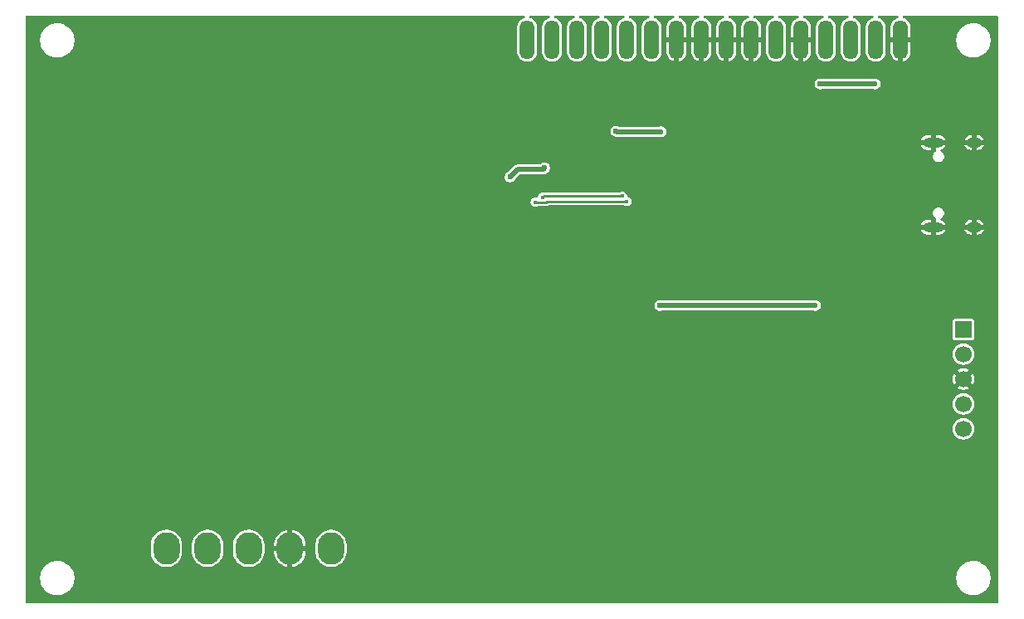
<source format=gbl>
G04 #@! TF.GenerationSoftware,KiCad,Pcbnew,9.0.2*
G04 #@! TF.CreationDate,2025-07-11T13:16:32+02:00*
G04 #@! TF.ProjectId,TeslaBMBCheck,5465736c-6142-44d4-9243-6865636b2e6b,1.0*
G04 #@! TF.SameCoordinates,Original*
G04 #@! TF.FileFunction,Copper,L2,Bot*
G04 #@! TF.FilePolarity,Positive*
%FSLAX46Y46*%
G04 Gerber Fmt 4.6, Leading zero omitted, Abs format (unit mm)*
G04 Created by KiCad (PCBNEW 9.0.2) date 2025-07-11 13:16:32*
%MOMM*%
%LPD*%
G01*
G04 APERTURE LIST*
G04 #@! TA.AperFunction,ComponentPad*
%ADD10O,2.700000X3.300000*%
G04 #@! TD*
G04 #@! TA.AperFunction,ComponentPad*
%ADD11R,1.700000X1.700000*%
G04 #@! TD*
G04 #@! TA.AperFunction,ComponentPad*
%ADD12C,1.700000*%
G04 #@! TD*
G04 #@! TA.AperFunction,ComponentPad*
%ADD13O,2.100000X1.000000*%
G04 #@! TD*
G04 #@! TA.AperFunction,ComponentPad*
%ADD14O,1.600000X1.000000*%
G04 #@! TD*
G04 #@! TA.AperFunction,ComponentPad*
%ADD15O,1.501140X4.000500*%
G04 #@! TD*
G04 #@! TA.AperFunction,ViaPad*
%ADD16C,0.450000*%
G04 #@! TD*
G04 #@! TA.AperFunction,ViaPad*
%ADD17C,0.600000*%
G04 #@! TD*
G04 #@! TA.AperFunction,Conductor*
%ADD18C,0.500000*%
G04 #@! TD*
G04 #@! TA.AperFunction,Conductor*
%ADD19C,0.250000*%
G04 #@! TD*
G04 APERTURE END LIST*
D10*
X89372000Y-102108000D03*
X93572000Y-102108000D03*
X97772000Y-102108000D03*
X101972000Y-102108000D03*
X106172000Y-102108000D03*
D11*
X170688000Y-79756000D03*
D12*
X170688000Y-82296000D03*
X170688000Y-84836000D03*
X170688000Y-87376000D03*
X170688000Y-89916000D03*
D13*
X167612000Y-69344000D03*
X167612000Y-69344000D03*
D14*
X171792000Y-69344000D03*
X171792000Y-69344000D03*
D13*
X167612000Y-60704000D03*
X167612000Y-60704000D03*
D14*
X171792000Y-60704000D03*
X171792000Y-60704000D03*
D15*
X164273800Y-50205860D03*
X161733800Y-50205860D03*
X159193800Y-50205860D03*
X156653800Y-50205860D03*
X154113800Y-50205860D03*
X151573800Y-50205860D03*
X149033800Y-50205860D03*
X146493800Y-50205860D03*
X143953800Y-50205860D03*
X141413800Y-50205860D03*
X138873800Y-50205860D03*
X136333800Y-50205860D03*
X133793800Y-50205860D03*
X131253800Y-50205860D03*
X128713800Y-50205860D03*
X126173800Y-50205860D03*
D16*
X161544000Y-61214000D03*
X114554000Y-103759000D03*
X86360000Y-81915000D03*
D17*
X120777000Y-66675000D03*
X83693000Y-99060000D03*
D16*
X80772000Y-61722000D03*
D17*
X165735000Y-71628000D03*
D16*
X129413000Y-87249000D03*
X128016000Y-60706000D03*
D17*
X142240000Y-62484000D03*
X165481000Y-61722000D03*
D16*
X149606000Y-87884000D03*
X161544000Y-65151000D03*
X128016000Y-56896000D03*
D17*
X156972000Y-59182000D03*
D16*
X140462000Y-87884000D03*
D17*
X165354000Y-68326000D03*
D16*
X86360000Y-67818000D03*
X80772000Y-77978000D03*
D17*
X139700000Y-75438000D03*
X155575000Y-77343000D03*
X161671000Y-54737000D03*
X135255000Y-59563000D03*
X139719000Y-77343000D03*
X124430450Y-64232450D03*
X127965200Y-63296800D03*
X139827000Y-59596000D03*
X156083000Y-54737000D03*
D16*
X135890000Y-66167000D03*
X127762000Y-66277000D03*
X136349621Y-66717000D03*
X127000000Y-66802000D03*
D18*
X125213700Y-63449200D02*
X127812800Y-63449200D01*
X124430450Y-64232450D02*
X125213700Y-63449200D01*
X127812800Y-63449200D02*
X127965200Y-63296800D01*
X156083000Y-54737000D02*
X161671000Y-54737000D01*
X135288000Y-59596000D02*
X135255000Y-59563000D01*
X139719000Y-77343000D02*
X155575000Y-77343000D01*
X139827000Y-59596000D02*
X135288000Y-59596000D01*
D19*
X135890000Y-66167000D02*
X127872000Y-66167000D01*
X127872000Y-66167000D02*
X127762000Y-66277000D01*
X128143000Y-66802000D02*
X128228000Y-66717000D01*
X127000000Y-66802000D02*
X128143000Y-66802000D01*
X128228000Y-66717000D02*
X136349621Y-66717000D01*
G04 #@! TA.AperFunction,Conductor*
G36*
X125909281Y-47771685D02*
G01*
X125955036Y-47824489D01*
X125964980Y-47893647D01*
X125935955Y-47957203D01*
X125886593Y-47989237D01*
X125887427Y-47991249D01*
X125699617Y-48069041D01*
X125699608Y-48069046D01*
X125535655Y-48178597D01*
X125535651Y-48178600D01*
X125396220Y-48318031D01*
X125396217Y-48318035D01*
X125286666Y-48481988D01*
X125286661Y-48481997D01*
X125211200Y-48664178D01*
X125211198Y-48664186D01*
X125172730Y-48857578D01*
X125172730Y-51554141D01*
X125211198Y-51747533D01*
X125211200Y-51747541D01*
X125286661Y-51929722D01*
X125286666Y-51929731D01*
X125396217Y-52093684D01*
X125396220Y-52093688D01*
X125535651Y-52233119D01*
X125535655Y-52233122D01*
X125699608Y-52342673D01*
X125699614Y-52342676D01*
X125699615Y-52342677D01*
X125881799Y-52418140D01*
X126075198Y-52456609D01*
X126075202Y-52456610D01*
X126075203Y-52456610D01*
X126272398Y-52456610D01*
X126272399Y-52456609D01*
X126465801Y-52418140D01*
X126647985Y-52342677D01*
X126811945Y-52233122D01*
X126951382Y-52093685D01*
X127060937Y-51929725D01*
X127136400Y-51747541D01*
X127174870Y-51554137D01*
X127174870Y-48857583D01*
X127136400Y-48664179D01*
X127078033Y-48523268D01*
X127060938Y-48481997D01*
X127060933Y-48481988D01*
X126951382Y-48318035D01*
X126951379Y-48318031D01*
X126811948Y-48178600D01*
X126811944Y-48178597D01*
X126647991Y-48069046D01*
X126647982Y-48069041D01*
X126460173Y-47991249D01*
X126461023Y-47989195D01*
X126410924Y-47956363D01*
X126382467Y-47892550D01*
X126393028Y-47823483D01*
X126439253Y-47771090D01*
X126505358Y-47752000D01*
X128382242Y-47752000D01*
X128449281Y-47771685D01*
X128495036Y-47824489D01*
X128504980Y-47893647D01*
X128475955Y-47957203D01*
X128426593Y-47989237D01*
X128427427Y-47991249D01*
X128239617Y-48069041D01*
X128239608Y-48069046D01*
X128075655Y-48178597D01*
X128075651Y-48178600D01*
X127936220Y-48318031D01*
X127936217Y-48318035D01*
X127826666Y-48481988D01*
X127826661Y-48481997D01*
X127751200Y-48664178D01*
X127751198Y-48664186D01*
X127712730Y-48857578D01*
X127712730Y-51554141D01*
X127751198Y-51747533D01*
X127751200Y-51747541D01*
X127826661Y-51929722D01*
X127826666Y-51929731D01*
X127936217Y-52093684D01*
X127936220Y-52093688D01*
X128075651Y-52233119D01*
X128075655Y-52233122D01*
X128239608Y-52342673D01*
X128239614Y-52342676D01*
X128239615Y-52342677D01*
X128421799Y-52418140D01*
X128615198Y-52456609D01*
X128615202Y-52456610D01*
X128615203Y-52456610D01*
X128812398Y-52456610D01*
X128812399Y-52456609D01*
X129005801Y-52418140D01*
X129187985Y-52342677D01*
X129351945Y-52233122D01*
X129491382Y-52093685D01*
X129600937Y-51929725D01*
X129676400Y-51747541D01*
X129714870Y-51554137D01*
X129714870Y-48857583D01*
X129676400Y-48664179D01*
X129618033Y-48523268D01*
X129600938Y-48481997D01*
X129600933Y-48481988D01*
X129491382Y-48318035D01*
X129491379Y-48318031D01*
X129351948Y-48178600D01*
X129351944Y-48178597D01*
X129187991Y-48069046D01*
X129187982Y-48069041D01*
X129000173Y-47991249D01*
X129001023Y-47989195D01*
X128950924Y-47956363D01*
X128922467Y-47892550D01*
X128933028Y-47823483D01*
X128979253Y-47771090D01*
X129045358Y-47752000D01*
X130922242Y-47752000D01*
X130989281Y-47771685D01*
X131035036Y-47824489D01*
X131044980Y-47893647D01*
X131015955Y-47957203D01*
X130966593Y-47989237D01*
X130967427Y-47991249D01*
X130779617Y-48069041D01*
X130779608Y-48069046D01*
X130615655Y-48178597D01*
X130615651Y-48178600D01*
X130476220Y-48318031D01*
X130476217Y-48318035D01*
X130366666Y-48481988D01*
X130366661Y-48481997D01*
X130291200Y-48664178D01*
X130291198Y-48664186D01*
X130252730Y-48857578D01*
X130252730Y-51554141D01*
X130291198Y-51747533D01*
X130291200Y-51747541D01*
X130366661Y-51929722D01*
X130366666Y-51929731D01*
X130476217Y-52093684D01*
X130476220Y-52093688D01*
X130615651Y-52233119D01*
X130615655Y-52233122D01*
X130779608Y-52342673D01*
X130779614Y-52342676D01*
X130779615Y-52342677D01*
X130961799Y-52418140D01*
X131155198Y-52456609D01*
X131155202Y-52456610D01*
X131155203Y-52456610D01*
X131352398Y-52456610D01*
X131352399Y-52456609D01*
X131545801Y-52418140D01*
X131727985Y-52342677D01*
X131891945Y-52233122D01*
X132031382Y-52093685D01*
X132140937Y-51929725D01*
X132216400Y-51747541D01*
X132254870Y-51554137D01*
X132254870Y-48857583D01*
X132216400Y-48664179D01*
X132158033Y-48523268D01*
X132140938Y-48481997D01*
X132140933Y-48481988D01*
X132031382Y-48318035D01*
X132031379Y-48318031D01*
X131891948Y-48178600D01*
X131891944Y-48178597D01*
X131727991Y-48069046D01*
X131727982Y-48069041D01*
X131540173Y-47991249D01*
X131541023Y-47989195D01*
X131490924Y-47956363D01*
X131462467Y-47892550D01*
X131473028Y-47823483D01*
X131519253Y-47771090D01*
X131585358Y-47752000D01*
X133462242Y-47752000D01*
X133529281Y-47771685D01*
X133575036Y-47824489D01*
X133584980Y-47893647D01*
X133555955Y-47957203D01*
X133506593Y-47989237D01*
X133507427Y-47991249D01*
X133319617Y-48069041D01*
X133319608Y-48069046D01*
X133155655Y-48178597D01*
X133155651Y-48178600D01*
X133016220Y-48318031D01*
X133016217Y-48318035D01*
X132906666Y-48481988D01*
X132906661Y-48481997D01*
X132831200Y-48664178D01*
X132831198Y-48664186D01*
X132792730Y-48857578D01*
X132792730Y-51554141D01*
X132831198Y-51747533D01*
X132831200Y-51747541D01*
X132906661Y-51929722D01*
X132906666Y-51929731D01*
X133016217Y-52093684D01*
X133016220Y-52093688D01*
X133155651Y-52233119D01*
X133155655Y-52233122D01*
X133319608Y-52342673D01*
X133319614Y-52342676D01*
X133319615Y-52342677D01*
X133501799Y-52418140D01*
X133695198Y-52456609D01*
X133695202Y-52456610D01*
X133695203Y-52456610D01*
X133892398Y-52456610D01*
X133892399Y-52456609D01*
X134085801Y-52418140D01*
X134267985Y-52342677D01*
X134431945Y-52233122D01*
X134571382Y-52093685D01*
X134680937Y-51929725D01*
X134756400Y-51747541D01*
X134794870Y-51554137D01*
X134794870Y-48857583D01*
X134756400Y-48664179D01*
X134698033Y-48523268D01*
X134680938Y-48481997D01*
X134680933Y-48481988D01*
X134571382Y-48318035D01*
X134571379Y-48318031D01*
X134431948Y-48178600D01*
X134431944Y-48178597D01*
X134267991Y-48069046D01*
X134267982Y-48069041D01*
X134080173Y-47991249D01*
X134081023Y-47989195D01*
X134030924Y-47956363D01*
X134002467Y-47892550D01*
X134013028Y-47823483D01*
X134059253Y-47771090D01*
X134125358Y-47752000D01*
X136002242Y-47752000D01*
X136069281Y-47771685D01*
X136115036Y-47824489D01*
X136124980Y-47893647D01*
X136095955Y-47957203D01*
X136046593Y-47989237D01*
X136047427Y-47991249D01*
X135859617Y-48069041D01*
X135859608Y-48069046D01*
X135695655Y-48178597D01*
X135695651Y-48178600D01*
X135556220Y-48318031D01*
X135556217Y-48318035D01*
X135446666Y-48481988D01*
X135446661Y-48481997D01*
X135371200Y-48664178D01*
X135371198Y-48664186D01*
X135332730Y-48857578D01*
X135332730Y-51554141D01*
X135371198Y-51747533D01*
X135371200Y-51747541D01*
X135446661Y-51929722D01*
X135446666Y-51929731D01*
X135556217Y-52093684D01*
X135556220Y-52093688D01*
X135695651Y-52233119D01*
X135695655Y-52233122D01*
X135859608Y-52342673D01*
X135859614Y-52342676D01*
X135859615Y-52342677D01*
X136041799Y-52418140D01*
X136235198Y-52456609D01*
X136235202Y-52456610D01*
X136235203Y-52456610D01*
X136432398Y-52456610D01*
X136432399Y-52456609D01*
X136625801Y-52418140D01*
X136807985Y-52342677D01*
X136971945Y-52233122D01*
X137111382Y-52093685D01*
X137220937Y-51929725D01*
X137296400Y-51747541D01*
X137334870Y-51554137D01*
X137334870Y-48857583D01*
X137296400Y-48664179D01*
X137238033Y-48523268D01*
X137220938Y-48481997D01*
X137220933Y-48481988D01*
X137111382Y-48318035D01*
X137111379Y-48318031D01*
X136971948Y-48178600D01*
X136971944Y-48178597D01*
X136807991Y-48069046D01*
X136807982Y-48069041D01*
X136620173Y-47991249D01*
X136621023Y-47989195D01*
X136570924Y-47956363D01*
X136542467Y-47892550D01*
X136553028Y-47823483D01*
X136599253Y-47771090D01*
X136665358Y-47752000D01*
X138542242Y-47752000D01*
X138609281Y-47771685D01*
X138655036Y-47824489D01*
X138664980Y-47893647D01*
X138635955Y-47957203D01*
X138586593Y-47989237D01*
X138587427Y-47991249D01*
X138399617Y-48069041D01*
X138399608Y-48069046D01*
X138235655Y-48178597D01*
X138235651Y-48178600D01*
X138096220Y-48318031D01*
X138096217Y-48318035D01*
X137986666Y-48481988D01*
X137986661Y-48481997D01*
X137911200Y-48664178D01*
X137911198Y-48664186D01*
X137872730Y-48857578D01*
X137872730Y-51554141D01*
X137911198Y-51747533D01*
X137911200Y-51747541D01*
X137986661Y-51929722D01*
X137986666Y-51929731D01*
X138096217Y-52093684D01*
X138096220Y-52093688D01*
X138235651Y-52233119D01*
X138235655Y-52233122D01*
X138399608Y-52342673D01*
X138399614Y-52342676D01*
X138399615Y-52342677D01*
X138581799Y-52418140D01*
X138775198Y-52456609D01*
X138775202Y-52456610D01*
X138775203Y-52456610D01*
X138972398Y-52456610D01*
X138972399Y-52456609D01*
X139165801Y-52418140D01*
X139347985Y-52342677D01*
X139511945Y-52233122D01*
X139651382Y-52093685D01*
X139760937Y-51929725D01*
X139836400Y-51747541D01*
X139874870Y-51554137D01*
X139874870Y-48857583D01*
X139836400Y-48664179D01*
X139778033Y-48523268D01*
X139760938Y-48481997D01*
X139760933Y-48481988D01*
X139651382Y-48318035D01*
X139651379Y-48318031D01*
X139511948Y-48178600D01*
X139511944Y-48178597D01*
X139347991Y-48069046D01*
X139347982Y-48069041D01*
X139160173Y-47991249D01*
X139161023Y-47989195D01*
X139110924Y-47956363D01*
X139082467Y-47892550D01*
X139093028Y-47823483D01*
X139139253Y-47771090D01*
X139205358Y-47752000D01*
X141083977Y-47752000D01*
X141151016Y-47771685D01*
X141196771Y-47824489D01*
X141206715Y-47893647D01*
X141177690Y-47957203D01*
X141126919Y-47990152D01*
X141127573Y-47991731D01*
X140939850Y-48069487D01*
X140775978Y-48178983D01*
X140775970Y-48178989D01*
X140636609Y-48318350D01*
X140636603Y-48318358D01*
X140527107Y-48482230D01*
X140451682Y-48664324D01*
X140451680Y-48664330D01*
X140413230Y-48857629D01*
X140413230Y-49955860D01*
X140980348Y-49955860D01*
X140947520Y-50012720D01*
X140913420Y-50139984D01*
X140913420Y-50271736D01*
X140947520Y-50399000D01*
X140980348Y-50455860D01*
X140413230Y-50455860D01*
X140413230Y-51554090D01*
X140413229Y-51554090D01*
X140451680Y-51747389D01*
X140451682Y-51747395D01*
X140527107Y-51929489D01*
X140636603Y-52093361D01*
X140636609Y-52093369D01*
X140775970Y-52232730D01*
X140775978Y-52232736D01*
X140939851Y-52342232D01*
X140939854Y-52342234D01*
X141121942Y-52417656D01*
X141163800Y-52425982D01*
X141163800Y-50639311D01*
X141220660Y-50672140D01*
X141347924Y-50706240D01*
X141479676Y-50706240D01*
X141606940Y-50672140D01*
X141663800Y-50639311D01*
X141663800Y-52425982D01*
X141705656Y-52417656D01*
X141705658Y-52417656D01*
X141887745Y-52342234D01*
X141887748Y-52342232D01*
X142051621Y-52232736D01*
X142051629Y-52232730D01*
X142190990Y-52093369D01*
X142190996Y-52093361D01*
X142300492Y-51929489D01*
X142375917Y-51747395D01*
X142375919Y-51747389D01*
X142414370Y-51554090D01*
X142414370Y-50455860D01*
X141847252Y-50455860D01*
X141880080Y-50399000D01*
X141914180Y-50271736D01*
X141914180Y-50139984D01*
X141880080Y-50012720D01*
X141847252Y-49955860D01*
X142414370Y-49955860D01*
X142414370Y-48857629D01*
X142375919Y-48664330D01*
X142375917Y-48664324D01*
X142300492Y-48482230D01*
X142190996Y-48318358D01*
X142190990Y-48318350D01*
X142051629Y-48178989D01*
X142051621Y-48178983D01*
X141887748Y-48069487D01*
X141887749Y-48069487D01*
X141700027Y-47991731D01*
X141700695Y-47990117D01*
X141649189Y-47956363D01*
X141620733Y-47892551D01*
X141631293Y-47823484D01*
X141677517Y-47771091D01*
X141743623Y-47752000D01*
X143623977Y-47752000D01*
X143691016Y-47771685D01*
X143736771Y-47824489D01*
X143746715Y-47893647D01*
X143717690Y-47957203D01*
X143666919Y-47990152D01*
X143667573Y-47991731D01*
X143479850Y-48069487D01*
X143315978Y-48178983D01*
X143315970Y-48178989D01*
X143176609Y-48318350D01*
X143176603Y-48318358D01*
X143067107Y-48482230D01*
X142991682Y-48664324D01*
X142991680Y-48664330D01*
X142953230Y-48857629D01*
X142953230Y-49955860D01*
X143520348Y-49955860D01*
X143487520Y-50012720D01*
X143453420Y-50139984D01*
X143453420Y-50271736D01*
X143487520Y-50399000D01*
X143520348Y-50455860D01*
X142953230Y-50455860D01*
X142953230Y-51554090D01*
X142953229Y-51554090D01*
X142991680Y-51747389D01*
X142991682Y-51747395D01*
X143067107Y-51929489D01*
X143176603Y-52093361D01*
X143176609Y-52093369D01*
X143315970Y-52232730D01*
X143315978Y-52232736D01*
X143479851Y-52342232D01*
X143479854Y-52342234D01*
X143661942Y-52417656D01*
X143703800Y-52425982D01*
X143703800Y-50639311D01*
X143760660Y-50672140D01*
X143887924Y-50706240D01*
X144019676Y-50706240D01*
X144146940Y-50672140D01*
X144203800Y-50639311D01*
X144203800Y-52425982D01*
X144245656Y-52417656D01*
X144245658Y-52417656D01*
X144427745Y-52342234D01*
X144427748Y-52342232D01*
X144591621Y-52232736D01*
X144591629Y-52232730D01*
X144730990Y-52093369D01*
X144730996Y-52093361D01*
X144840492Y-51929489D01*
X144915917Y-51747395D01*
X144915919Y-51747389D01*
X144954370Y-51554090D01*
X144954370Y-50455860D01*
X144387252Y-50455860D01*
X144420080Y-50399000D01*
X144454180Y-50271736D01*
X144454180Y-50139984D01*
X144420080Y-50012720D01*
X144387252Y-49955860D01*
X144954370Y-49955860D01*
X144954370Y-48857629D01*
X144915919Y-48664330D01*
X144915917Y-48664324D01*
X144840492Y-48482230D01*
X144730996Y-48318358D01*
X144730990Y-48318350D01*
X144591629Y-48178989D01*
X144591621Y-48178983D01*
X144427748Y-48069487D01*
X144427749Y-48069487D01*
X144240027Y-47991731D01*
X144240695Y-47990117D01*
X144189189Y-47956363D01*
X144160733Y-47892551D01*
X144171293Y-47823484D01*
X144217517Y-47771091D01*
X144283623Y-47752000D01*
X146163977Y-47752000D01*
X146231016Y-47771685D01*
X146276771Y-47824489D01*
X146286715Y-47893647D01*
X146257690Y-47957203D01*
X146206919Y-47990152D01*
X146207573Y-47991731D01*
X146019850Y-48069487D01*
X145855978Y-48178983D01*
X145855970Y-48178989D01*
X145716609Y-48318350D01*
X145716603Y-48318358D01*
X145607107Y-48482230D01*
X145531682Y-48664324D01*
X145531680Y-48664330D01*
X145493230Y-48857629D01*
X145493230Y-49955860D01*
X146060348Y-49955860D01*
X146027520Y-50012720D01*
X145993420Y-50139984D01*
X145993420Y-50271736D01*
X146027520Y-50399000D01*
X146060348Y-50455860D01*
X145493230Y-50455860D01*
X145493230Y-51554090D01*
X145493229Y-51554090D01*
X145531680Y-51747389D01*
X145531682Y-51747395D01*
X145607107Y-51929489D01*
X145716603Y-52093361D01*
X145716609Y-52093369D01*
X145855970Y-52232730D01*
X145855978Y-52232736D01*
X146019851Y-52342232D01*
X146019854Y-52342234D01*
X146201942Y-52417656D01*
X146243800Y-52425982D01*
X146243800Y-50639311D01*
X146300660Y-50672140D01*
X146427924Y-50706240D01*
X146559676Y-50706240D01*
X146686940Y-50672140D01*
X146743800Y-50639311D01*
X146743800Y-52425982D01*
X146785656Y-52417656D01*
X146785658Y-52417656D01*
X146967745Y-52342234D01*
X146967748Y-52342232D01*
X147131621Y-52232736D01*
X147131629Y-52232730D01*
X147270990Y-52093369D01*
X147270996Y-52093361D01*
X147380492Y-51929489D01*
X147455917Y-51747395D01*
X147455919Y-51747389D01*
X147494370Y-51554090D01*
X147494370Y-50455860D01*
X146927252Y-50455860D01*
X146960080Y-50399000D01*
X146994180Y-50271736D01*
X146994180Y-50139984D01*
X146960080Y-50012720D01*
X146927252Y-49955860D01*
X147494370Y-49955860D01*
X147494370Y-48857629D01*
X147455919Y-48664330D01*
X147455917Y-48664324D01*
X147380492Y-48482230D01*
X147270996Y-48318358D01*
X147270990Y-48318350D01*
X147131629Y-48178989D01*
X147131621Y-48178983D01*
X146967748Y-48069487D01*
X146967749Y-48069487D01*
X146780027Y-47991731D01*
X146780695Y-47990117D01*
X146729189Y-47956363D01*
X146700733Y-47892551D01*
X146711293Y-47823484D01*
X146757517Y-47771091D01*
X146823623Y-47752000D01*
X148703977Y-47752000D01*
X148771016Y-47771685D01*
X148816771Y-47824489D01*
X148826715Y-47893647D01*
X148797690Y-47957203D01*
X148746919Y-47990152D01*
X148747573Y-47991731D01*
X148559850Y-48069487D01*
X148395978Y-48178983D01*
X148395970Y-48178989D01*
X148256609Y-48318350D01*
X148256603Y-48318358D01*
X148147107Y-48482230D01*
X148071682Y-48664324D01*
X148071680Y-48664330D01*
X148033230Y-48857629D01*
X148033230Y-49955860D01*
X148600348Y-49955860D01*
X148567520Y-50012720D01*
X148533420Y-50139984D01*
X148533420Y-50271736D01*
X148567520Y-50399000D01*
X148600348Y-50455860D01*
X148033230Y-50455860D01*
X148033230Y-51554090D01*
X148033229Y-51554090D01*
X148071680Y-51747389D01*
X148071682Y-51747395D01*
X148147107Y-51929489D01*
X148256603Y-52093361D01*
X148256609Y-52093369D01*
X148395970Y-52232730D01*
X148395978Y-52232736D01*
X148559851Y-52342232D01*
X148559854Y-52342234D01*
X148741942Y-52417656D01*
X148783800Y-52425982D01*
X148783800Y-50639311D01*
X148840660Y-50672140D01*
X148967924Y-50706240D01*
X149099676Y-50706240D01*
X149226940Y-50672140D01*
X149283800Y-50639311D01*
X149283800Y-52425982D01*
X149325656Y-52417656D01*
X149325658Y-52417656D01*
X149507745Y-52342234D01*
X149507748Y-52342232D01*
X149671621Y-52232736D01*
X149671629Y-52232730D01*
X149810990Y-52093369D01*
X149810996Y-52093361D01*
X149920492Y-51929489D01*
X149995917Y-51747395D01*
X149995919Y-51747389D01*
X150034370Y-51554090D01*
X150034370Y-50455860D01*
X149467252Y-50455860D01*
X149500080Y-50399000D01*
X149534180Y-50271736D01*
X149534180Y-50139984D01*
X149500080Y-50012720D01*
X149467252Y-49955860D01*
X150034370Y-49955860D01*
X150034370Y-48857629D01*
X149995919Y-48664330D01*
X149995917Y-48664324D01*
X149920492Y-48482230D01*
X149810996Y-48318358D01*
X149810990Y-48318350D01*
X149671629Y-48178989D01*
X149671621Y-48178983D01*
X149507748Y-48069487D01*
X149507749Y-48069487D01*
X149320027Y-47991731D01*
X149320695Y-47990117D01*
X149269189Y-47956363D01*
X149240733Y-47892551D01*
X149251293Y-47823484D01*
X149297517Y-47771091D01*
X149363623Y-47752000D01*
X151242242Y-47752000D01*
X151309281Y-47771685D01*
X151355036Y-47824489D01*
X151364980Y-47893647D01*
X151335955Y-47957203D01*
X151286593Y-47989237D01*
X151287427Y-47991249D01*
X151099617Y-48069041D01*
X151099608Y-48069046D01*
X150935655Y-48178597D01*
X150935651Y-48178600D01*
X150796220Y-48318031D01*
X150796217Y-48318035D01*
X150686666Y-48481988D01*
X150686661Y-48481997D01*
X150611200Y-48664178D01*
X150611198Y-48664186D01*
X150572730Y-48857578D01*
X150572730Y-51554141D01*
X150611198Y-51747533D01*
X150611200Y-51747541D01*
X150686661Y-51929722D01*
X150686666Y-51929731D01*
X150796217Y-52093684D01*
X150796220Y-52093688D01*
X150935651Y-52233119D01*
X150935655Y-52233122D01*
X151099608Y-52342673D01*
X151099614Y-52342676D01*
X151099615Y-52342677D01*
X151281799Y-52418140D01*
X151475198Y-52456609D01*
X151475202Y-52456610D01*
X151475203Y-52456610D01*
X151672398Y-52456610D01*
X151672399Y-52456609D01*
X151865801Y-52418140D01*
X152047985Y-52342677D01*
X152211945Y-52233122D01*
X152351382Y-52093685D01*
X152460937Y-51929725D01*
X152536400Y-51747541D01*
X152574870Y-51554137D01*
X152574870Y-48857583D01*
X152536400Y-48664179D01*
X152478033Y-48523268D01*
X152460938Y-48481997D01*
X152460933Y-48481988D01*
X152351382Y-48318035D01*
X152351379Y-48318031D01*
X152211948Y-48178600D01*
X152211944Y-48178597D01*
X152047991Y-48069046D01*
X152047982Y-48069041D01*
X151860173Y-47991249D01*
X151861023Y-47989195D01*
X151810924Y-47956363D01*
X151782467Y-47892550D01*
X151793028Y-47823483D01*
X151839253Y-47771090D01*
X151905358Y-47752000D01*
X153783977Y-47752000D01*
X153851016Y-47771685D01*
X153896771Y-47824489D01*
X153906715Y-47893647D01*
X153877690Y-47957203D01*
X153826919Y-47990152D01*
X153827573Y-47991731D01*
X153639850Y-48069487D01*
X153475978Y-48178983D01*
X153475970Y-48178989D01*
X153336609Y-48318350D01*
X153336603Y-48318358D01*
X153227107Y-48482230D01*
X153151682Y-48664324D01*
X153151680Y-48664330D01*
X153113230Y-48857629D01*
X153113230Y-49955860D01*
X153680348Y-49955860D01*
X153647520Y-50012720D01*
X153613420Y-50139984D01*
X153613420Y-50271736D01*
X153647520Y-50399000D01*
X153680348Y-50455860D01*
X153113230Y-50455860D01*
X153113230Y-51554090D01*
X153113229Y-51554090D01*
X153151680Y-51747389D01*
X153151682Y-51747395D01*
X153227107Y-51929489D01*
X153336603Y-52093361D01*
X153336609Y-52093369D01*
X153475970Y-52232730D01*
X153475978Y-52232736D01*
X153639851Y-52342232D01*
X153639854Y-52342234D01*
X153821942Y-52417656D01*
X153863800Y-52425982D01*
X153863800Y-50639311D01*
X153920660Y-50672140D01*
X154047924Y-50706240D01*
X154179676Y-50706240D01*
X154306940Y-50672140D01*
X154363800Y-50639311D01*
X154363800Y-52425982D01*
X154405656Y-52417656D01*
X154405658Y-52417656D01*
X154587745Y-52342234D01*
X154587748Y-52342232D01*
X154751621Y-52232736D01*
X154751629Y-52232730D01*
X154890990Y-52093369D01*
X154890996Y-52093361D01*
X155000492Y-51929489D01*
X155075917Y-51747395D01*
X155075919Y-51747389D01*
X155114370Y-51554090D01*
X155114370Y-50455860D01*
X154547252Y-50455860D01*
X154580080Y-50399000D01*
X154614180Y-50271736D01*
X154614180Y-50139984D01*
X154580080Y-50012720D01*
X154547252Y-49955860D01*
X155114370Y-49955860D01*
X155114370Y-48857629D01*
X155075919Y-48664330D01*
X155075917Y-48664324D01*
X155000492Y-48482230D01*
X154890996Y-48318358D01*
X154890990Y-48318350D01*
X154751629Y-48178989D01*
X154751621Y-48178983D01*
X154587748Y-48069487D01*
X154587749Y-48069487D01*
X154400027Y-47991731D01*
X154400695Y-47990117D01*
X154349189Y-47956363D01*
X154320733Y-47892551D01*
X154331293Y-47823484D01*
X154377517Y-47771091D01*
X154443623Y-47752000D01*
X156322242Y-47752000D01*
X156389281Y-47771685D01*
X156435036Y-47824489D01*
X156444980Y-47893647D01*
X156415955Y-47957203D01*
X156366593Y-47989237D01*
X156367427Y-47991249D01*
X156179617Y-48069041D01*
X156179608Y-48069046D01*
X156015655Y-48178597D01*
X156015651Y-48178600D01*
X155876220Y-48318031D01*
X155876217Y-48318035D01*
X155766666Y-48481988D01*
X155766661Y-48481997D01*
X155691200Y-48664178D01*
X155691198Y-48664186D01*
X155652730Y-48857578D01*
X155652730Y-51554141D01*
X155691198Y-51747533D01*
X155691200Y-51747541D01*
X155766661Y-51929722D01*
X155766666Y-51929731D01*
X155876217Y-52093684D01*
X155876220Y-52093688D01*
X156015651Y-52233119D01*
X156015655Y-52233122D01*
X156179608Y-52342673D01*
X156179614Y-52342676D01*
X156179615Y-52342677D01*
X156361799Y-52418140D01*
X156555198Y-52456609D01*
X156555202Y-52456610D01*
X156555203Y-52456610D01*
X156752398Y-52456610D01*
X156752399Y-52456609D01*
X156945801Y-52418140D01*
X157127985Y-52342677D01*
X157291945Y-52233122D01*
X157431382Y-52093685D01*
X157540937Y-51929725D01*
X157616400Y-51747541D01*
X157654870Y-51554137D01*
X157654870Y-48857583D01*
X157616400Y-48664179D01*
X157558033Y-48523268D01*
X157540938Y-48481997D01*
X157540933Y-48481988D01*
X157431382Y-48318035D01*
X157431379Y-48318031D01*
X157291948Y-48178600D01*
X157291944Y-48178597D01*
X157127991Y-48069046D01*
X157127982Y-48069041D01*
X156940173Y-47991249D01*
X156941023Y-47989195D01*
X156890924Y-47956363D01*
X156862467Y-47892550D01*
X156873028Y-47823483D01*
X156919253Y-47771090D01*
X156985358Y-47752000D01*
X158862242Y-47752000D01*
X158929281Y-47771685D01*
X158975036Y-47824489D01*
X158984980Y-47893647D01*
X158955955Y-47957203D01*
X158906593Y-47989237D01*
X158907427Y-47991249D01*
X158719617Y-48069041D01*
X158719608Y-48069046D01*
X158555655Y-48178597D01*
X158555651Y-48178600D01*
X158416220Y-48318031D01*
X158416217Y-48318035D01*
X158306666Y-48481988D01*
X158306661Y-48481997D01*
X158231200Y-48664178D01*
X158231198Y-48664186D01*
X158192730Y-48857578D01*
X158192730Y-51554141D01*
X158231198Y-51747533D01*
X158231200Y-51747541D01*
X158306661Y-51929722D01*
X158306666Y-51929731D01*
X158416217Y-52093684D01*
X158416220Y-52093688D01*
X158555651Y-52233119D01*
X158555655Y-52233122D01*
X158719608Y-52342673D01*
X158719614Y-52342676D01*
X158719615Y-52342677D01*
X158901799Y-52418140D01*
X159095198Y-52456609D01*
X159095202Y-52456610D01*
X159095203Y-52456610D01*
X159292398Y-52456610D01*
X159292399Y-52456609D01*
X159485801Y-52418140D01*
X159667985Y-52342677D01*
X159831945Y-52233122D01*
X159971382Y-52093685D01*
X160080937Y-51929725D01*
X160156400Y-51747541D01*
X160194870Y-51554137D01*
X160194870Y-48857583D01*
X160156400Y-48664179D01*
X160098033Y-48523268D01*
X160080938Y-48481997D01*
X160080933Y-48481988D01*
X159971382Y-48318035D01*
X159971379Y-48318031D01*
X159831948Y-48178600D01*
X159831944Y-48178597D01*
X159667991Y-48069046D01*
X159667982Y-48069041D01*
X159480173Y-47991249D01*
X159481023Y-47989195D01*
X159430924Y-47956363D01*
X159402467Y-47892550D01*
X159413028Y-47823483D01*
X159459253Y-47771090D01*
X159525358Y-47752000D01*
X161402242Y-47752000D01*
X161469281Y-47771685D01*
X161515036Y-47824489D01*
X161524980Y-47893647D01*
X161495955Y-47957203D01*
X161446593Y-47989237D01*
X161447427Y-47991249D01*
X161259617Y-48069041D01*
X161259608Y-48069046D01*
X161095655Y-48178597D01*
X161095651Y-48178600D01*
X160956220Y-48318031D01*
X160956217Y-48318035D01*
X160846666Y-48481988D01*
X160846661Y-48481997D01*
X160771200Y-48664178D01*
X160771198Y-48664186D01*
X160732730Y-48857578D01*
X160732730Y-51554141D01*
X160771198Y-51747533D01*
X160771200Y-51747541D01*
X160846661Y-51929722D01*
X160846666Y-51929731D01*
X160956217Y-52093684D01*
X160956220Y-52093688D01*
X161095651Y-52233119D01*
X161095655Y-52233122D01*
X161259608Y-52342673D01*
X161259614Y-52342676D01*
X161259615Y-52342677D01*
X161441799Y-52418140D01*
X161635198Y-52456609D01*
X161635202Y-52456610D01*
X161635203Y-52456610D01*
X161832398Y-52456610D01*
X161832399Y-52456609D01*
X162025801Y-52418140D01*
X162207985Y-52342677D01*
X162371945Y-52233122D01*
X162511382Y-52093685D01*
X162620937Y-51929725D01*
X162696400Y-51747541D01*
X162734870Y-51554137D01*
X162734870Y-48857583D01*
X162696400Y-48664179D01*
X162638033Y-48523268D01*
X162620938Y-48481997D01*
X162620933Y-48481988D01*
X162511382Y-48318035D01*
X162511379Y-48318031D01*
X162371948Y-48178600D01*
X162371944Y-48178597D01*
X162207991Y-48069046D01*
X162207982Y-48069041D01*
X162020173Y-47991249D01*
X162021023Y-47989195D01*
X161970924Y-47956363D01*
X161942467Y-47892550D01*
X161953028Y-47823483D01*
X161999253Y-47771090D01*
X162065358Y-47752000D01*
X163943977Y-47752000D01*
X164011016Y-47771685D01*
X164056771Y-47824489D01*
X164066715Y-47893647D01*
X164037690Y-47957203D01*
X163986919Y-47990152D01*
X163987573Y-47991731D01*
X163799850Y-48069487D01*
X163635978Y-48178983D01*
X163635970Y-48178989D01*
X163496609Y-48318350D01*
X163496603Y-48318358D01*
X163387107Y-48482230D01*
X163311682Y-48664324D01*
X163311680Y-48664330D01*
X163273230Y-48857629D01*
X163273230Y-49955860D01*
X163840348Y-49955860D01*
X163807520Y-50012720D01*
X163773420Y-50139984D01*
X163773420Y-50271736D01*
X163807520Y-50399000D01*
X163840348Y-50455860D01*
X163273230Y-50455860D01*
X163273230Y-51554090D01*
X163273229Y-51554090D01*
X163311680Y-51747389D01*
X163311682Y-51747395D01*
X163387107Y-51929489D01*
X163496603Y-52093361D01*
X163496609Y-52093369D01*
X163635970Y-52232730D01*
X163635978Y-52232736D01*
X163799851Y-52342232D01*
X163799854Y-52342234D01*
X163981942Y-52417656D01*
X164023800Y-52425982D01*
X164023800Y-50639311D01*
X164080660Y-50672140D01*
X164207924Y-50706240D01*
X164339676Y-50706240D01*
X164466940Y-50672140D01*
X164523800Y-50639311D01*
X164523800Y-52425982D01*
X164565656Y-52417656D01*
X164565658Y-52417656D01*
X164747745Y-52342234D01*
X164747748Y-52342232D01*
X164911621Y-52232736D01*
X164911629Y-52232730D01*
X165050990Y-52093369D01*
X165050996Y-52093361D01*
X165160492Y-51929489D01*
X165235917Y-51747395D01*
X165235919Y-51747389D01*
X165274370Y-51554090D01*
X165274370Y-50455860D01*
X164707252Y-50455860D01*
X164740080Y-50399000D01*
X164774180Y-50271736D01*
X164774180Y-50177258D01*
X169953500Y-50177258D01*
X169953500Y-50406741D01*
X169978446Y-50596215D01*
X169983452Y-50634238D01*
X169983453Y-50634240D01*
X170042842Y-50855887D01*
X170130650Y-51067876D01*
X170130657Y-51067890D01*
X170245392Y-51266617D01*
X170385081Y-51448661D01*
X170385089Y-51448670D01*
X170547330Y-51610911D01*
X170547338Y-51610918D01*
X170729382Y-51750607D01*
X170729385Y-51750608D01*
X170729388Y-51750611D01*
X170928112Y-51865344D01*
X170928117Y-51865346D01*
X170928123Y-51865349D01*
X171019480Y-51903190D01*
X171140113Y-51953158D01*
X171361762Y-52012548D01*
X171589266Y-52042500D01*
X171589273Y-52042500D01*
X171818727Y-52042500D01*
X171818734Y-52042500D01*
X172046238Y-52012548D01*
X172267887Y-51953158D01*
X172479888Y-51865344D01*
X172678612Y-51750611D01*
X172860661Y-51610919D01*
X172860665Y-51610914D01*
X172860670Y-51610911D01*
X173022911Y-51448670D01*
X173022914Y-51448665D01*
X173022919Y-51448661D01*
X173162611Y-51266612D01*
X173277344Y-51067888D01*
X173365158Y-50855887D01*
X173424548Y-50634238D01*
X173454500Y-50406734D01*
X173454500Y-50177266D01*
X173424548Y-49949762D01*
X173365158Y-49728113D01*
X173277344Y-49516112D01*
X173162611Y-49317388D01*
X173162608Y-49317385D01*
X173162607Y-49317382D01*
X173022918Y-49135338D01*
X173022911Y-49135330D01*
X172860670Y-48973089D01*
X172860661Y-48973081D01*
X172678617Y-48833392D01*
X172479890Y-48718657D01*
X172479876Y-48718650D01*
X172267887Y-48630842D01*
X172046238Y-48571452D01*
X172008215Y-48566446D01*
X171818741Y-48541500D01*
X171818734Y-48541500D01*
X171589266Y-48541500D01*
X171589258Y-48541500D01*
X171372715Y-48570009D01*
X171361762Y-48571452D01*
X171268076Y-48596554D01*
X171140112Y-48630842D01*
X170928123Y-48718650D01*
X170928109Y-48718657D01*
X170729382Y-48833392D01*
X170547338Y-48973081D01*
X170385081Y-49135338D01*
X170245392Y-49317382D01*
X170130657Y-49516109D01*
X170130650Y-49516123D01*
X170042842Y-49728112D01*
X169983453Y-49949759D01*
X169983451Y-49949770D01*
X169953500Y-50177258D01*
X164774180Y-50177258D01*
X164774180Y-50139984D01*
X164740080Y-50012720D01*
X164707252Y-49955860D01*
X165274370Y-49955860D01*
X165274370Y-48857629D01*
X165235919Y-48664330D01*
X165235917Y-48664324D01*
X165160492Y-48482230D01*
X165050996Y-48318358D01*
X165050990Y-48318350D01*
X164911629Y-48178989D01*
X164911621Y-48178983D01*
X164747748Y-48069487D01*
X164747749Y-48069487D01*
X164560027Y-47991731D01*
X164560695Y-47990117D01*
X164509189Y-47956363D01*
X164480733Y-47892551D01*
X164491293Y-47823484D01*
X164537517Y-47771091D01*
X164603623Y-47752000D01*
X174120000Y-47752000D01*
X174187039Y-47771685D01*
X174232794Y-47824489D01*
X174244000Y-47876000D01*
X174244000Y-107572000D01*
X174224315Y-107639039D01*
X174171511Y-107684794D01*
X174120000Y-107696000D01*
X75129500Y-107696000D01*
X75062461Y-107676315D01*
X75016706Y-107623511D01*
X75005500Y-107572000D01*
X75005500Y-105041258D01*
X76481500Y-105041258D01*
X76481500Y-105270741D01*
X76506446Y-105460215D01*
X76511452Y-105498238D01*
X76511453Y-105498240D01*
X76570842Y-105719887D01*
X76658650Y-105931876D01*
X76658657Y-105931890D01*
X76773392Y-106130617D01*
X76913081Y-106312661D01*
X76913089Y-106312670D01*
X77075330Y-106474911D01*
X77075338Y-106474918D01*
X77257382Y-106614607D01*
X77257385Y-106614608D01*
X77257388Y-106614611D01*
X77456112Y-106729344D01*
X77456117Y-106729346D01*
X77456123Y-106729349D01*
X77547480Y-106767190D01*
X77668113Y-106817158D01*
X77889762Y-106876548D01*
X78117266Y-106906500D01*
X78117273Y-106906500D01*
X78346727Y-106906500D01*
X78346734Y-106906500D01*
X78574238Y-106876548D01*
X78795887Y-106817158D01*
X79007888Y-106729344D01*
X79206612Y-106614611D01*
X79388661Y-106474919D01*
X79388665Y-106474914D01*
X79388670Y-106474911D01*
X79550911Y-106312670D01*
X79550914Y-106312665D01*
X79550919Y-106312661D01*
X79690611Y-106130612D01*
X79805344Y-105931888D01*
X79893158Y-105719887D01*
X79952548Y-105498238D01*
X79982500Y-105270734D01*
X79982500Y-105041266D01*
X79982499Y-105041258D01*
X169953500Y-105041258D01*
X169953500Y-105270741D01*
X169978446Y-105460215D01*
X169983452Y-105498238D01*
X169983453Y-105498240D01*
X170042842Y-105719887D01*
X170130650Y-105931876D01*
X170130657Y-105931890D01*
X170245392Y-106130617D01*
X170385081Y-106312661D01*
X170385089Y-106312670D01*
X170547330Y-106474911D01*
X170547338Y-106474918D01*
X170729382Y-106614607D01*
X170729385Y-106614608D01*
X170729388Y-106614611D01*
X170928112Y-106729344D01*
X170928117Y-106729346D01*
X170928123Y-106729349D01*
X171019480Y-106767190D01*
X171140113Y-106817158D01*
X171361762Y-106876548D01*
X171589266Y-106906500D01*
X171589273Y-106906500D01*
X171818727Y-106906500D01*
X171818734Y-106906500D01*
X172046238Y-106876548D01*
X172267887Y-106817158D01*
X172479888Y-106729344D01*
X172678612Y-106614611D01*
X172860661Y-106474919D01*
X172860665Y-106474914D01*
X172860670Y-106474911D01*
X173022911Y-106312670D01*
X173022914Y-106312665D01*
X173022919Y-106312661D01*
X173162611Y-106130612D01*
X173277344Y-105931888D01*
X173365158Y-105719887D01*
X173424548Y-105498238D01*
X173454500Y-105270734D01*
X173454500Y-105041266D01*
X173424548Y-104813762D01*
X173365158Y-104592113D01*
X173277344Y-104380112D01*
X173162611Y-104181388D01*
X173162608Y-104181385D01*
X173162607Y-104181382D01*
X173061764Y-104049962D01*
X173022919Y-103999339D01*
X173022918Y-103999338D01*
X173022911Y-103999330D01*
X172860670Y-103837089D01*
X172860661Y-103837081D01*
X172678617Y-103697392D01*
X172479890Y-103582657D01*
X172479876Y-103582650D01*
X172267887Y-103494842D01*
X172046238Y-103435452D01*
X172008215Y-103430446D01*
X171818741Y-103405500D01*
X171818734Y-103405500D01*
X171589266Y-103405500D01*
X171589258Y-103405500D01*
X171372715Y-103434009D01*
X171361762Y-103435452D01*
X171268076Y-103460554D01*
X171140112Y-103494842D01*
X170928123Y-103582650D01*
X170928109Y-103582657D01*
X170729382Y-103697392D01*
X170547338Y-103837081D01*
X170385081Y-103999338D01*
X170245392Y-104181382D01*
X170130657Y-104380109D01*
X170130650Y-104380123D01*
X170042842Y-104592112D01*
X169983453Y-104813759D01*
X169983451Y-104813770D01*
X169953500Y-105041258D01*
X79982499Y-105041258D01*
X79952548Y-104813762D01*
X79893158Y-104592113D01*
X79805344Y-104380112D01*
X79690611Y-104181388D01*
X79690608Y-104181385D01*
X79690607Y-104181382D01*
X79589764Y-104049962D01*
X79550919Y-103999339D01*
X79550918Y-103999338D01*
X79550911Y-103999330D01*
X79388670Y-103837089D01*
X79388661Y-103837081D01*
X79206617Y-103697392D01*
X79007890Y-103582657D01*
X79007876Y-103582650D01*
X78795887Y-103494842D01*
X78574238Y-103435452D01*
X78536215Y-103430446D01*
X78346741Y-103405500D01*
X78346734Y-103405500D01*
X78117266Y-103405500D01*
X78117258Y-103405500D01*
X77900715Y-103434009D01*
X77889762Y-103435452D01*
X77796076Y-103460554D01*
X77668112Y-103494842D01*
X77456123Y-103582650D01*
X77456109Y-103582657D01*
X77257382Y-103697392D01*
X77075338Y-103837081D01*
X76913081Y-103999338D01*
X76773392Y-104181382D01*
X76658657Y-104380109D01*
X76658650Y-104380123D01*
X76570842Y-104592112D01*
X76511453Y-104813759D01*
X76511451Y-104813770D01*
X76481500Y-105041258D01*
X75005500Y-105041258D01*
X75005500Y-101682038D01*
X87771500Y-101682038D01*
X87771500Y-102533961D01*
X87810910Y-102782785D01*
X87888760Y-103022383D01*
X88003132Y-103246848D01*
X88151201Y-103450649D01*
X88151205Y-103450654D01*
X88329345Y-103628794D01*
X88329350Y-103628798D01*
X88507117Y-103757952D01*
X88533155Y-103776870D01*
X88651326Y-103837081D01*
X88757616Y-103891239D01*
X88757618Y-103891239D01*
X88757621Y-103891241D01*
X88997215Y-103969090D01*
X89246038Y-104008500D01*
X89246039Y-104008500D01*
X89497961Y-104008500D01*
X89497962Y-104008500D01*
X89746785Y-103969090D01*
X89986379Y-103891241D01*
X90210845Y-103776870D01*
X90414656Y-103628793D01*
X90592793Y-103450656D01*
X90740870Y-103246845D01*
X90855241Y-103022379D01*
X90933090Y-102782785D01*
X90972500Y-102533962D01*
X90972500Y-101682038D01*
X91971500Y-101682038D01*
X91971500Y-102533961D01*
X92010910Y-102782785D01*
X92088760Y-103022383D01*
X92203132Y-103246848D01*
X92351201Y-103450649D01*
X92351205Y-103450654D01*
X92529345Y-103628794D01*
X92529350Y-103628798D01*
X92707117Y-103757952D01*
X92733155Y-103776870D01*
X92851326Y-103837081D01*
X92957616Y-103891239D01*
X92957618Y-103891239D01*
X92957621Y-103891241D01*
X93197215Y-103969090D01*
X93446038Y-104008500D01*
X93446039Y-104008500D01*
X93697961Y-104008500D01*
X93697962Y-104008500D01*
X93946785Y-103969090D01*
X94186379Y-103891241D01*
X94410845Y-103776870D01*
X94614656Y-103628793D01*
X94792793Y-103450656D01*
X94940870Y-103246845D01*
X95055241Y-103022379D01*
X95133090Y-102782785D01*
X95172500Y-102533962D01*
X95172500Y-101682038D01*
X96171500Y-101682038D01*
X96171500Y-102533961D01*
X96210910Y-102782785D01*
X96288760Y-103022383D01*
X96403132Y-103246848D01*
X96551201Y-103450649D01*
X96551205Y-103450654D01*
X96729345Y-103628794D01*
X96729350Y-103628798D01*
X96907117Y-103757952D01*
X96933155Y-103776870D01*
X97051326Y-103837081D01*
X97157616Y-103891239D01*
X97157618Y-103891239D01*
X97157621Y-103891241D01*
X97397215Y-103969090D01*
X97646038Y-104008500D01*
X97646039Y-104008500D01*
X97897961Y-104008500D01*
X97897962Y-104008500D01*
X98146785Y-103969090D01*
X98386379Y-103891241D01*
X98610845Y-103776870D01*
X98814656Y-103628793D01*
X98992793Y-103450656D01*
X99140870Y-103246845D01*
X99255241Y-103022379D01*
X99333090Y-102782785D01*
X99372500Y-102533962D01*
X99372500Y-101682071D01*
X100372000Y-101682071D01*
X100372000Y-101858000D01*
X101317879Y-101858000D01*
X101298901Y-101903818D01*
X101272000Y-102039056D01*
X101272000Y-102176944D01*
X101298901Y-102312182D01*
X101317879Y-102358000D01*
X100372000Y-102358000D01*
X100372000Y-102533928D01*
X100411397Y-102782669D01*
X100489219Y-103022184D01*
X100603557Y-103246583D01*
X100751590Y-103450331D01*
X100751590Y-103450332D01*
X100929667Y-103628409D01*
X101133416Y-103776442D01*
X101357815Y-103890780D01*
X101597329Y-103968602D01*
X101722000Y-103988348D01*
X101722000Y-102762120D01*
X101767818Y-102781099D01*
X101903056Y-102808000D01*
X102040944Y-102808000D01*
X102176182Y-102781099D01*
X102222000Y-102762120D01*
X102222000Y-103988347D01*
X102346668Y-103968602D01*
X102346671Y-103968602D01*
X102586184Y-103890780D01*
X102810583Y-103776442D01*
X103014331Y-103628409D01*
X103014332Y-103628409D01*
X103192409Y-103450332D01*
X103192409Y-103450331D01*
X103340442Y-103246583D01*
X103454780Y-103022184D01*
X103532602Y-102782669D01*
X103572000Y-102533928D01*
X103572000Y-102358000D01*
X102626121Y-102358000D01*
X102645099Y-102312182D01*
X102672000Y-102176944D01*
X102672000Y-102039056D01*
X102645099Y-101903818D01*
X102626121Y-101858000D01*
X103572000Y-101858000D01*
X103572000Y-101682071D01*
X103571995Y-101682038D01*
X104571500Y-101682038D01*
X104571500Y-102533961D01*
X104610910Y-102782785D01*
X104688760Y-103022383D01*
X104803132Y-103246848D01*
X104951201Y-103450649D01*
X104951205Y-103450654D01*
X105129345Y-103628794D01*
X105129350Y-103628798D01*
X105307117Y-103757952D01*
X105333155Y-103776870D01*
X105451326Y-103837081D01*
X105557616Y-103891239D01*
X105557618Y-103891239D01*
X105557621Y-103891241D01*
X105797215Y-103969090D01*
X106046038Y-104008500D01*
X106046039Y-104008500D01*
X106297961Y-104008500D01*
X106297962Y-104008500D01*
X106546785Y-103969090D01*
X106786379Y-103891241D01*
X107010845Y-103776870D01*
X107214656Y-103628793D01*
X107392793Y-103450656D01*
X107540870Y-103246845D01*
X107655241Y-103022379D01*
X107733090Y-102782785D01*
X107772500Y-102533962D01*
X107772500Y-101682038D01*
X107733090Y-101433215D01*
X107655241Y-101193621D01*
X107655239Y-101193618D01*
X107655239Y-101193616D01*
X107613747Y-101112184D01*
X107540870Y-100969155D01*
X107521952Y-100943117D01*
X107392798Y-100765350D01*
X107392794Y-100765345D01*
X107214654Y-100587205D01*
X107214649Y-100587201D01*
X107010848Y-100439132D01*
X107010847Y-100439131D01*
X107010845Y-100439130D01*
X106940747Y-100403413D01*
X106786383Y-100324760D01*
X106546785Y-100246910D01*
X106425183Y-100227650D01*
X106297962Y-100207500D01*
X106046038Y-100207500D01*
X105921626Y-100227205D01*
X105797214Y-100246910D01*
X105557616Y-100324760D01*
X105333151Y-100439132D01*
X105129350Y-100587201D01*
X105129345Y-100587205D01*
X104951205Y-100765345D01*
X104951201Y-100765350D01*
X104803132Y-100969151D01*
X104688760Y-101193616D01*
X104610910Y-101433214D01*
X104571500Y-101682038D01*
X103571995Y-101682038D01*
X103532602Y-101433330D01*
X103454780Y-101193815D01*
X103340442Y-100969416D01*
X103192409Y-100765668D01*
X103192409Y-100765667D01*
X103014332Y-100587590D01*
X102810583Y-100439557D01*
X102586184Y-100325219D01*
X102346670Y-100247397D01*
X102222000Y-100227650D01*
X102222000Y-101453879D01*
X102176182Y-101434901D01*
X102040944Y-101408000D01*
X101903056Y-101408000D01*
X101767818Y-101434901D01*
X101722000Y-101453879D01*
X101722000Y-100227650D01*
X101597330Y-100247397D01*
X101597327Y-100247397D01*
X101357815Y-100325219D01*
X101133416Y-100439557D01*
X100929668Y-100587590D01*
X100929667Y-100587590D01*
X100751590Y-100765667D01*
X100751590Y-100765668D01*
X100603557Y-100969416D01*
X100489219Y-101193815D01*
X100411397Y-101433330D01*
X100372000Y-101682071D01*
X99372500Y-101682071D01*
X99372500Y-101682038D01*
X99333090Y-101433215D01*
X99255241Y-101193621D01*
X99255239Y-101193618D01*
X99255239Y-101193616D01*
X99213747Y-101112184D01*
X99140870Y-100969155D01*
X99121952Y-100943117D01*
X98992798Y-100765350D01*
X98992794Y-100765345D01*
X98814654Y-100587205D01*
X98814649Y-100587201D01*
X98610848Y-100439132D01*
X98610847Y-100439131D01*
X98610845Y-100439130D01*
X98540747Y-100403413D01*
X98386383Y-100324760D01*
X98146785Y-100246910D01*
X98025183Y-100227650D01*
X97897962Y-100207500D01*
X97646038Y-100207500D01*
X97521626Y-100227205D01*
X97397214Y-100246910D01*
X97157616Y-100324760D01*
X96933151Y-100439132D01*
X96729350Y-100587201D01*
X96729345Y-100587205D01*
X96551205Y-100765345D01*
X96551201Y-100765350D01*
X96403132Y-100969151D01*
X96288760Y-101193616D01*
X96210910Y-101433214D01*
X96171500Y-101682038D01*
X95172500Y-101682038D01*
X95133090Y-101433215D01*
X95055241Y-101193621D01*
X95055239Y-101193618D01*
X95055239Y-101193616D01*
X95013747Y-101112184D01*
X94940870Y-100969155D01*
X94921952Y-100943117D01*
X94792798Y-100765350D01*
X94792794Y-100765345D01*
X94614654Y-100587205D01*
X94614649Y-100587201D01*
X94410848Y-100439132D01*
X94410847Y-100439131D01*
X94410845Y-100439130D01*
X94340747Y-100403413D01*
X94186383Y-100324760D01*
X93946785Y-100246910D01*
X93825183Y-100227650D01*
X93697962Y-100207500D01*
X93446038Y-100207500D01*
X93321626Y-100227205D01*
X93197214Y-100246910D01*
X92957616Y-100324760D01*
X92733151Y-100439132D01*
X92529350Y-100587201D01*
X92529345Y-100587205D01*
X92351205Y-100765345D01*
X92351201Y-100765350D01*
X92203132Y-100969151D01*
X92088760Y-101193616D01*
X92010910Y-101433214D01*
X91971500Y-101682038D01*
X90972500Y-101682038D01*
X90933090Y-101433215D01*
X90855241Y-101193621D01*
X90855239Y-101193618D01*
X90855239Y-101193616D01*
X90813747Y-101112184D01*
X90740870Y-100969155D01*
X90721952Y-100943117D01*
X90592798Y-100765350D01*
X90592794Y-100765345D01*
X90414654Y-100587205D01*
X90414649Y-100587201D01*
X90210848Y-100439132D01*
X90210847Y-100439131D01*
X90210845Y-100439130D01*
X90140747Y-100403413D01*
X89986383Y-100324760D01*
X89746785Y-100246910D01*
X89625183Y-100227650D01*
X89497962Y-100207500D01*
X89246038Y-100207500D01*
X89121626Y-100227205D01*
X88997214Y-100246910D01*
X88757616Y-100324760D01*
X88533151Y-100439132D01*
X88329350Y-100587201D01*
X88329345Y-100587205D01*
X88151205Y-100765345D01*
X88151201Y-100765350D01*
X88003132Y-100969151D01*
X87888760Y-101193616D01*
X87810910Y-101433214D01*
X87771500Y-101682038D01*
X75005500Y-101682038D01*
X75005500Y-89829389D01*
X169587500Y-89829389D01*
X169587500Y-90002611D01*
X169614598Y-90173701D01*
X169668127Y-90338445D01*
X169746768Y-90492788D01*
X169848586Y-90632928D01*
X169971072Y-90755414D01*
X170111212Y-90857232D01*
X170265555Y-90935873D01*
X170430299Y-90989402D01*
X170601389Y-91016500D01*
X170601390Y-91016500D01*
X170774610Y-91016500D01*
X170774611Y-91016500D01*
X170945701Y-90989402D01*
X171110445Y-90935873D01*
X171264788Y-90857232D01*
X171404928Y-90755414D01*
X171527414Y-90632928D01*
X171629232Y-90492788D01*
X171707873Y-90338445D01*
X171761402Y-90173701D01*
X171788500Y-90002611D01*
X171788500Y-89829389D01*
X171761402Y-89658299D01*
X171707873Y-89493555D01*
X171629232Y-89339212D01*
X171527414Y-89199072D01*
X171404928Y-89076586D01*
X171264788Y-88974768D01*
X171110445Y-88896127D01*
X170945701Y-88842598D01*
X170945699Y-88842597D01*
X170945698Y-88842597D01*
X170814271Y-88821781D01*
X170774611Y-88815500D01*
X170601389Y-88815500D01*
X170561728Y-88821781D01*
X170430302Y-88842597D01*
X170265552Y-88896128D01*
X170111211Y-88974768D01*
X170031256Y-89032859D01*
X169971072Y-89076586D01*
X169971070Y-89076588D01*
X169971069Y-89076588D01*
X169848588Y-89199069D01*
X169848588Y-89199070D01*
X169848586Y-89199072D01*
X169804859Y-89259256D01*
X169746768Y-89339211D01*
X169668128Y-89493552D01*
X169614597Y-89658302D01*
X169587500Y-89829389D01*
X75005500Y-89829389D01*
X75005500Y-87289389D01*
X169587500Y-87289389D01*
X169587500Y-87462611D01*
X169614598Y-87633701D01*
X169668127Y-87798445D01*
X169746768Y-87952788D01*
X169848586Y-88092928D01*
X169971072Y-88215414D01*
X170111212Y-88317232D01*
X170265555Y-88395873D01*
X170430299Y-88449402D01*
X170601389Y-88476500D01*
X170601390Y-88476500D01*
X170774610Y-88476500D01*
X170774611Y-88476500D01*
X170945701Y-88449402D01*
X171110445Y-88395873D01*
X171264788Y-88317232D01*
X171404928Y-88215414D01*
X171527414Y-88092928D01*
X171629232Y-87952788D01*
X171707873Y-87798445D01*
X171761402Y-87633701D01*
X171788500Y-87462611D01*
X171788500Y-87289389D01*
X171761402Y-87118299D01*
X171707873Y-86953555D01*
X171629232Y-86799212D01*
X171527414Y-86659072D01*
X171404928Y-86536586D01*
X171264788Y-86434768D01*
X171110445Y-86356127D01*
X170945701Y-86302598D01*
X170945699Y-86302597D01*
X170945698Y-86302597D01*
X170814271Y-86281781D01*
X170774611Y-86275500D01*
X170601389Y-86275500D01*
X170561728Y-86281781D01*
X170430302Y-86302597D01*
X170265552Y-86356128D01*
X170111211Y-86434768D01*
X170031256Y-86492859D01*
X169971072Y-86536586D01*
X169971070Y-86536588D01*
X169971069Y-86536588D01*
X169848588Y-86659069D01*
X169848588Y-86659070D01*
X169848586Y-86659072D01*
X169804859Y-86719256D01*
X169746768Y-86799211D01*
X169668128Y-86953552D01*
X169614597Y-87118302D01*
X169587500Y-87289389D01*
X75005500Y-87289389D01*
X75005500Y-84749428D01*
X169588000Y-84749428D01*
X169588000Y-84922571D01*
X169615085Y-85093584D01*
X169668592Y-85258259D01*
X169747196Y-85412525D01*
X169751709Y-85418736D01*
X169751709Y-85418737D01*
X170205037Y-84965409D01*
X170222075Y-85028993D01*
X170287901Y-85143007D01*
X170380993Y-85236099D01*
X170495007Y-85301925D01*
X170558589Y-85318962D01*
X170105261Y-85772289D01*
X170105262Y-85772290D01*
X170111471Y-85776801D01*
X170265742Y-85855408D01*
X170430415Y-85908914D01*
X170601429Y-85936000D01*
X170774571Y-85936000D01*
X170945584Y-85908914D01*
X171110257Y-85855408D01*
X171264525Y-85776803D01*
X171270736Y-85772289D01*
X171270737Y-85772289D01*
X170817410Y-85318962D01*
X170880993Y-85301925D01*
X170995007Y-85236099D01*
X171088099Y-85143007D01*
X171153925Y-85028993D01*
X171170962Y-84965409D01*
X171624289Y-85418736D01*
X171628803Y-85412525D01*
X171707408Y-85258257D01*
X171760914Y-85093584D01*
X171788000Y-84922571D01*
X171788000Y-84749428D01*
X171760914Y-84578415D01*
X171707408Y-84413742D01*
X171628801Y-84259471D01*
X171624290Y-84253262D01*
X171624289Y-84253261D01*
X171170962Y-84706589D01*
X171153925Y-84643007D01*
X171088099Y-84528993D01*
X170995007Y-84435901D01*
X170880993Y-84370075D01*
X170817409Y-84353037D01*
X171270737Y-83899709D01*
X171264525Y-83895196D01*
X171110259Y-83816592D01*
X170945584Y-83763085D01*
X170774571Y-83736000D01*
X170601429Y-83736000D01*
X170430415Y-83763085D01*
X170265740Y-83816592D01*
X170111480Y-83895193D01*
X170111463Y-83895203D01*
X170105261Y-83899708D01*
X170105261Y-83899709D01*
X170558590Y-84353037D01*
X170495007Y-84370075D01*
X170380993Y-84435901D01*
X170287901Y-84528993D01*
X170222075Y-84643007D01*
X170205037Y-84706590D01*
X169751709Y-84253261D01*
X169751708Y-84253261D01*
X169747203Y-84259463D01*
X169747193Y-84259480D01*
X169668592Y-84413740D01*
X169615085Y-84578415D01*
X169588000Y-84749428D01*
X75005500Y-84749428D01*
X75005500Y-82209389D01*
X169587500Y-82209389D01*
X169587500Y-82382611D01*
X169614598Y-82553701D01*
X169668127Y-82718445D01*
X169746768Y-82872788D01*
X169848586Y-83012928D01*
X169971072Y-83135414D01*
X170111212Y-83237232D01*
X170265555Y-83315873D01*
X170430299Y-83369402D01*
X170601389Y-83396500D01*
X170601390Y-83396500D01*
X170774610Y-83396500D01*
X170774611Y-83396500D01*
X170945701Y-83369402D01*
X171110445Y-83315873D01*
X171264788Y-83237232D01*
X171404928Y-83135414D01*
X171527414Y-83012928D01*
X171629232Y-82872788D01*
X171707873Y-82718445D01*
X171761402Y-82553701D01*
X171788500Y-82382611D01*
X171788500Y-82209389D01*
X171761402Y-82038299D01*
X171707873Y-81873555D01*
X171629232Y-81719212D01*
X171527414Y-81579072D01*
X171404928Y-81456586D01*
X171264788Y-81354768D01*
X171110445Y-81276127D01*
X170945701Y-81222598D01*
X170945699Y-81222597D01*
X170945698Y-81222597D01*
X170814271Y-81201781D01*
X170774611Y-81195500D01*
X170601389Y-81195500D01*
X170561728Y-81201781D01*
X170430302Y-81222597D01*
X170265552Y-81276128D01*
X170111211Y-81354768D01*
X170031256Y-81412859D01*
X169971072Y-81456586D01*
X169971070Y-81456588D01*
X169971069Y-81456588D01*
X169848588Y-81579069D01*
X169848588Y-81579070D01*
X169848586Y-81579072D01*
X169804859Y-81639256D01*
X169746768Y-81719211D01*
X169668128Y-81873552D01*
X169614597Y-82038302D01*
X169587500Y-82209389D01*
X75005500Y-82209389D01*
X75005500Y-78881321D01*
X169587500Y-78881321D01*
X169587500Y-80630678D01*
X169602032Y-80703735D01*
X169602033Y-80703739D01*
X169602034Y-80703740D01*
X169657399Y-80786601D01*
X169740260Y-80841966D01*
X169740264Y-80841967D01*
X169813321Y-80856499D01*
X169813324Y-80856500D01*
X169813326Y-80856500D01*
X171562676Y-80856500D01*
X171562677Y-80856499D01*
X171635740Y-80841966D01*
X171718601Y-80786601D01*
X171773966Y-80703740D01*
X171788500Y-80630674D01*
X171788500Y-78881326D01*
X171788500Y-78881323D01*
X171788499Y-78881321D01*
X171773967Y-78808264D01*
X171773966Y-78808260D01*
X171718601Y-78725399D01*
X171635740Y-78670034D01*
X171635739Y-78670033D01*
X171635735Y-78670032D01*
X171562677Y-78655500D01*
X171562674Y-78655500D01*
X169813326Y-78655500D01*
X169813323Y-78655500D01*
X169740264Y-78670032D01*
X169740260Y-78670033D01*
X169657399Y-78725399D01*
X169602033Y-78808260D01*
X169602032Y-78808264D01*
X169587500Y-78881321D01*
X75005500Y-78881321D01*
X75005500Y-77270525D01*
X139168500Y-77270525D01*
X139168500Y-77415475D01*
X139206016Y-77555485D01*
X139206017Y-77555488D01*
X139278488Y-77681011D01*
X139278490Y-77681013D01*
X139278491Y-77681015D01*
X139380985Y-77783509D01*
X139380986Y-77783510D01*
X139380988Y-77783511D01*
X139506511Y-77855982D01*
X139506512Y-77855982D01*
X139506515Y-77855984D01*
X139646525Y-77893500D01*
X139646528Y-77893500D01*
X139791472Y-77893500D01*
X139791475Y-77893500D01*
X139931485Y-77855984D01*
X139931488Y-77855981D01*
X139938838Y-77852938D01*
X139986289Y-77843500D01*
X155307711Y-77843500D01*
X155355162Y-77852938D01*
X155362513Y-77855983D01*
X155362515Y-77855984D01*
X155502525Y-77893500D01*
X155502528Y-77893500D01*
X155647472Y-77893500D01*
X155647475Y-77893500D01*
X155787485Y-77855984D01*
X155913015Y-77783509D01*
X156015509Y-77681015D01*
X156087984Y-77555485D01*
X156125500Y-77415475D01*
X156125500Y-77270525D01*
X156087984Y-77130515D01*
X156015509Y-77004985D01*
X155913015Y-76902491D01*
X155913013Y-76902490D01*
X155913011Y-76902488D01*
X155787488Y-76830017D01*
X155787489Y-76830017D01*
X155776006Y-76826940D01*
X155647475Y-76792500D01*
X155502525Y-76792500D01*
X155418519Y-76815009D01*
X155362513Y-76830016D01*
X155355162Y-76833062D01*
X155307711Y-76842500D01*
X139986289Y-76842500D01*
X139938838Y-76833062D01*
X139931486Y-76830016D01*
X139896482Y-76820637D01*
X139791475Y-76792500D01*
X139646525Y-76792500D01*
X139517993Y-76826940D01*
X139506511Y-76830017D01*
X139380988Y-76902488D01*
X139380982Y-76902493D01*
X139278493Y-77004982D01*
X139278488Y-77004988D01*
X139206017Y-77130511D01*
X139206016Y-77130515D01*
X139168500Y-77270525D01*
X75005500Y-77270525D01*
X75005500Y-69093999D01*
X166353759Y-69093999D01*
X166353759Y-69094000D01*
X166895012Y-69094000D01*
X166877795Y-69103940D01*
X166821940Y-69159795D01*
X166782444Y-69228204D01*
X166762000Y-69304504D01*
X166762000Y-69383496D01*
X166782444Y-69459796D01*
X166821940Y-69528205D01*
X166877795Y-69584060D01*
X166895012Y-69594000D01*
X166353759Y-69594000D01*
X166397357Y-69699254D01*
X166397362Y-69699264D01*
X166479436Y-69822096D01*
X166479439Y-69822100D01*
X166583899Y-69926560D01*
X166583903Y-69926563D01*
X166706735Y-70008637D01*
X166706745Y-70008642D01*
X166843232Y-70065177D01*
X166843240Y-70065179D01*
X166988126Y-70093999D01*
X166988129Y-70094000D01*
X167362000Y-70094000D01*
X167362000Y-69644000D01*
X167862000Y-69644000D01*
X167862000Y-70094000D01*
X168235871Y-70094000D01*
X168235873Y-70093999D01*
X168380759Y-70065179D01*
X168380767Y-70065177D01*
X168517254Y-70008642D01*
X168517264Y-70008637D01*
X168640096Y-69926563D01*
X168640100Y-69926560D01*
X168744560Y-69822100D01*
X168744563Y-69822096D01*
X168826637Y-69699264D01*
X168826642Y-69699254D01*
X168870241Y-69594000D01*
X168328988Y-69594000D01*
X168346205Y-69584060D01*
X168402060Y-69528205D01*
X168441556Y-69459796D01*
X168462000Y-69383496D01*
X168462000Y-69304504D01*
X168441556Y-69228204D01*
X168402060Y-69159795D01*
X168346205Y-69103940D01*
X168328988Y-69094000D01*
X168870241Y-69094000D01*
X168870240Y-69093999D01*
X170783759Y-69093999D01*
X170783759Y-69094000D01*
X171325012Y-69094000D01*
X171307795Y-69103940D01*
X171251940Y-69159795D01*
X171212444Y-69228204D01*
X171192000Y-69304504D01*
X171192000Y-69383496D01*
X171212444Y-69459796D01*
X171251940Y-69528205D01*
X171307795Y-69584060D01*
X171325012Y-69594000D01*
X170783759Y-69594000D01*
X170827357Y-69699254D01*
X170827362Y-69699264D01*
X170909436Y-69822096D01*
X170909439Y-69822100D01*
X171013899Y-69926560D01*
X171013903Y-69926563D01*
X171136735Y-70008637D01*
X171136745Y-70008642D01*
X171273232Y-70065177D01*
X171273240Y-70065179D01*
X171418126Y-70093999D01*
X171418129Y-70094000D01*
X171542000Y-70094000D01*
X171542000Y-69644000D01*
X172042000Y-69644000D01*
X172042000Y-70094000D01*
X172165871Y-70094000D01*
X172165873Y-70093999D01*
X172310759Y-70065179D01*
X172310767Y-70065177D01*
X172447254Y-70008642D01*
X172447264Y-70008637D01*
X172570096Y-69926563D01*
X172570100Y-69926560D01*
X172674560Y-69822100D01*
X172674563Y-69822096D01*
X172756637Y-69699264D01*
X172756642Y-69699254D01*
X172800241Y-69594000D01*
X172258988Y-69594000D01*
X172276205Y-69584060D01*
X172332060Y-69528205D01*
X172371556Y-69459796D01*
X172392000Y-69383496D01*
X172392000Y-69304504D01*
X172371556Y-69228204D01*
X172332060Y-69159795D01*
X172276205Y-69103940D01*
X172258988Y-69094000D01*
X172800241Y-69094000D01*
X172800240Y-69093999D01*
X172756642Y-68988745D01*
X172756637Y-68988735D01*
X172674563Y-68865903D01*
X172674560Y-68865899D01*
X172570100Y-68761439D01*
X172570096Y-68761436D01*
X172447264Y-68679362D01*
X172447254Y-68679357D01*
X172310767Y-68622822D01*
X172310759Y-68622820D01*
X172165872Y-68594000D01*
X172042000Y-68594000D01*
X172042000Y-69044000D01*
X171542000Y-69044000D01*
X171542000Y-68594000D01*
X171418128Y-68594000D01*
X171273240Y-68622820D01*
X171273232Y-68622822D01*
X171136745Y-68679357D01*
X171136735Y-68679362D01*
X171013903Y-68761436D01*
X171013899Y-68761439D01*
X170909439Y-68865899D01*
X170909436Y-68865903D01*
X170827362Y-68988735D01*
X170827357Y-68988745D01*
X170783759Y-69093999D01*
X168870240Y-69093999D01*
X168826642Y-68988745D01*
X168826637Y-68988735D01*
X168744563Y-68865903D01*
X168744560Y-68865899D01*
X168640100Y-68761439D01*
X168640096Y-68761436D01*
X168517264Y-68679362D01*
X168517254Y-68679357D01*
X168429380Y-68642958D01*
X168374976Y-68599116D01*
X168352912Y-68532822D01*
X168370192Y-68465123D01*
X168414832Y-68421010D01*
X168495365Y-68374515D01*
X168602515Y-68267365D01*
X168678281Y-68136135D01*
X168717500Y-67989766D01*
X168717500Y-67838234D01*
X168678281Y-67691865D01*
X168602515Y-67560635D01*
X168495365Y-67453485D01*
X168429750Y-67415602D01*
X168364136Y-67377719D01*
X168290950Y-67358109D01*
X168217766Y-67338500D01*
X168066234Y-67338500D01*
X167919863Y-67377719D01*
X167788635Y-67453485D01*
X167788632Y-67453487D01*
X167681487Y-67560632D01*
X167681485Y-67560635D01*
X167605719Y-67691863D01*
X167566500Y-67838234D01*
X167566500Y-67989765D01*
X167605719Y-68136136D01*
X167643602Y-68201750D01*
X167681485Y-68267365D01*
X167788635Y-68374515D01*
X167834346Y-68400906D01*
X167882560Y-68451471D01*
X167895784Y-68520078D01*
X167869816Y-68584943D01*
X167862000Y-68593749D01*
X167862000Y-69044000D01*
X167362000Y-69044000D01*
X167362000Y-68594000D01*
X166988128Y-68594000D01*
X166843240Y-68622820D01*
X166843232Y-68622822D01*
X166706745Y-68679357D01*
X166706735Y-68679362D01*
X166583903Y-68761436D01*
X166583899Y-68761439D01*
X166479439Y-68865899D01*
X166479436Y-68865903D01*
X166397362Y-68988735D01*
X166397357Y-68988745D01*
X166353759Y-69093999D01*
X75005500Y-69093999D01*
X75005500Y-66739399D01*
X126524500Y-66739399D01*
X126524500Y-66864601D01*
X126556905Y-66985536D01*
X126619505Y-67093964D01*
X126708036Y-67182495D01*
X126816464Y-67245095D01*
X126937399Y-67277500D01*
X126937401Y-67277500D01*
X127062599Y-67277500D01*
X127062601Y-67277500D01*
X127183536Y-67245095D01*
X127271842Y-67194111D01*
X127333841Y-67177500D01*
X128192435Y-67177500D01*
X128192436Y-67177500D01*
X128257391Y-67160095D01*
X128287938Y-67151910D01*
X128366559Y-67106517D01*
X128371240Y-67104314D01*
X128392087Y-67101068D01*
X128424064Y-67092500D01*
X136015780Y-67092500D01*
X136077778Y-67109111D01*
X136166085Y-67160095D01*
X136287020Y-67192500D01*
X136287022Y-67192500D01*
X136412220Y-67192500D01*
X136412222Y-67192500D01*
X136533157Y-67160095D01*
X136641585Y-67097495D01*
X136730116Y-67008964D01*
X136792716Y-66900536D01*
X136825121Y-66779601D01*
X136825121Y-66654399D01*
X136792716Y-66533464D01*
X136730116Y-66425036D01*
X136641585Y-66336505D01*
X136533157Y-66273905D01*
X136533152Y-66273903D01*
X136457405Y-66253606D01*
X136397745Y-66217241D01*
X136367217Y-66154393D01*
X136365500Y-66133832D01*
X136365500Y-66104400D01*
X136362570Y-66093464D01*
X136333095Y-65983464D01*
X136270495Y-65875036D01*
X136181964Y-65786505D01*
X136073536Y-65723905D01*
X136073537Y-65723905D01*
X136033224Y-65713103D01*
X135952601Y-65691500D01*
X135827399Y-65691500D01*
X135746775Y-65713103D01*
X135706463Y-65723905D01*
X135618158Y-65774888D01*
X135556159Y-65791500D01*
X127822564Y-65791500D01*
X127801012Y-65797275D01*
X127768919Y-65801500D01*
X127699399Y-65801500D01*
X127618775Y-65823103D01*
X127578463Y-65833905D01*
X127470037Y-65896504D01*
X127470034Y-65896506D01*
X127381506Y-65985034D01*
X127381504Y-65985037D01*
X127318905Y-66093463D01*
X127286500Y-66214400D01*
X127286500Y-66224894D01*
X127266815Y-66291933D01*
X127214011Y-66337688D01*
X127144853Y-66347632D01*
X127130412Y-66344670D01*
X127062601Y-66326500D01*
X126937399Y-66326500D01*
X126869593Y-66344669D01*
X126816463Y-66358905D01*
X126708037Y-66421504D01*
X126708034Y-66421506D01*
X126619506Y-66510034D01*
X126619504Y-66510037D01*
X126556905Y-66618463D01*
X126556905Y-66618464D01*
X126524500Y-66739399D01*
X75005500Y-66739399D01*
X75005500Y-64159975D01*
X123879950Y-64159975D01*
X123879950Y-64304925D01*
X123904716Y-64397352D01*
X123917467Y-64444938D01*
X123989938Y-64570461D01*
X123989940Y-64570463D01*
X123989941Y-64570465D01*
X124092435Y-64672959D01*
X124092436Y-64672960D01*
X124092438Y-64672961D01*
X124217961Y-64745432D01*
X124217962Y-64745432D01*
X124217965Y-64745434D01*
X124357975Y-64782950D01*
X124357978Y-64782950D01*
X124502922Y-64782950D01*
X124502925Y-64782950D01*
X124642935Y-64745434D01*
X124768465Y-64672959D01*
X124870959Y-64570465D01*
X124943434Y-64444935D01*
X124943435Y-64444928D01*
X124946479Y-64437583D01*
X124973357Y-64397355D01*
X125384695Y-63986019D01*
X125446018Y-63952534D01*
X125472376Y-63949700D01*
X127878690Y-63949700D01*
X127878692Y-63949700D01*
X128005986Y-63915592D01*
X128120114Y-63849700D01*
X128130103Y-63839710D01*
X128170336Y-63812827D01*
X128177675Y-63809786D01*
X128177685Y-63809784D01*
X128303215Y-63737309D01*
X128405709Y-63634815D01*
X128478184Y-63509285D01*
X128515700Y-63369275D01*
X128515700Y-63224325D01*
X128478184Y-63084315D01*
X128405709Y-62958785D01*
X128303215Y-62856291D01*
X128303213Y-62856290D01*
X128303211Y-62856288D01*
X128177688Y-62783817D01*
X128177689Y-62783817D01*
X128166206Y-62780740D01*
X128037675Y-62746300D01*
X127892725Y-62746300D01*
X127764193Y-62780740D01*
X127752711Y-62783817D01*
X127627188Y-62856288D01*
X127627182Y-62856293D01*
X127571095Y-62912381D01*
X127509772Y-62945866D01*
X127483414Y-62948700D01*
X125147808Y-62948700D01*
X125020512Y-62982808D01*
X124906386Y-63048700D01*
X124906383Y-63048702D01*
X124265543Y-63689541D01*
X124225323Y-63716418D01*
X124217965Y-63719466D01*
X124092438Y-63791939D01*
X124092432Y-63791943D01*
X123989943Y-63894432D01*
X123989938Y-63894438D01*
X123917467Y-64019961D01*
X123917466Y-64019965D01*
X123879950Y-64159975D01*
X75005500Y-64159975D01*
X75005500Y-60453999D01*
X166353759Y-60453999D01*
X166353759Y-60454000D01*
X166895012Y-60454000D01*
X166877795Y-60463940D01*
X166821940Y-60519795D01*
X166782444Y-60588204D01*
X166762000Y-60664504D01*
X166762000Y-60743496D01*
X166782444Y-60819796D01*
X166821940Y-60888205D01*
X166877795Y-60944060D01*
X166895012Y-60954000D01*
X166353759Y-60954000D01*
X166397357Y-61059254D01*
X166397362Y-61059264D01*
X166479436Y-61182096D01*
X166479439Y-61182100D01*
X166583899Y-61286560D01*
X166583903Y-61286563D01*
X166706735Y-61368637D01*
X166706745Y-61368642D01*
X166843232Y-61425177D01*
X166843240Y-61425179D01*
X166988126Y-61453999D01*
X166988129Y-61454000D01*
X167362000Y-61454000D01*
X167362000Y-61004000D01*
X167862000Y-61004000D01*
X167862000Y-61455641D01*
X167893511Y-61513349D01*
X167888527Y-61583041D01*
X167846655Y-61638974D01*
X167834350Y-61647091D01*
X167788635Y-61673485D01*
X167788632Y-61673487D01*
X167681487Y-61780632D01*
X167681485Y-61780635D01*
X167605719Y-61911863D01*
X167566500Y-62058234D01*
X167566500Y-62209765D01*
X167605719Y-62356136D01*
X167643602Y-62421750D01*
X167681485Y-62487365D01*
X167788635Y-62594515D01*
X167919865Y-62670281D01*
X168066234Y-62709500D01*
X168066236Y-62709500D01*
X168217764Y-62709500D01*
X168217766Y-62709500D01*
X168364135Y-62670281D01*
X168495365Y-62594515D01*
X168602515Y-62487365D01*
X168678281Y-62356135D01*
X168717500Y-62209766D01*
X168717500Y-62058234D01*
X168678281Y-61911865D01*
X168602515Y-61780635D01*
X168495365Y-61673485D01*
X168414832Y-61626989D01*
X168366617Y-61576421D01*
X168353395Y-61507814D01*
X168379363Y-61442950D01*
X168429381Y-61405041D01*
X168517251Y-61368644D01*
X168517264Y-61368637D01*
X168640096Y-61286563D01*
X168640100Y-61286560D01*
X168744560Y-61182100D01*
X168744563Y-61182096D01*
X168826637Y-61059264D01*
X168826642Y-61059254D01*
X168870241Y-60954000D01*
X168328988Y-60954000D01*
X168346205Y-60944060D01*
X168402060Y-60888205D01*
X168441556Y-60819796D01*
X168462000Y-60743496D01*
X168462000Y-60664504D01*
X168441556Y-60588204D01*
X168402060Y-60519795D01*
X168346205Y-60463940D01*
X168328988Y-60454000D01*
X168870241Y-60454000D01*
X168870240Y-60453999D01*
X170783759Y-60453999D01*
X170783759Y-60454000D01*
X171325012Y-60454000D01*
X171307795Y-60463940D01*
X171251940Y-60519795D01*
X171212444Y-60588204D01*
X171192000Y-60664504D01*
X171192000Y-60743496D01*
X171212444Y-60819796D01*
X171251940Y-60888205D01*
X171307795Y-60944060D01*
X171325012Y-60954000D01*
X170783759Y-60954000D01*
X170827357Y-61059254D01*
X170827362Y-61059264D01*
X170909436Y-61182096D01*
X170909439Y-61182100D01*
X171013899Y-61286560D01*
X171013903Y-61286563D01*
X171136735Y-61368637D01*
X171136745Y-61368642D01*
X171273232Y-61425177D01*
X171273240Y-61425179D01*
X171418126Y-61453999D01*
X171418129Y-61454000D01*
X171542000Y-61454000D01*
X171542000Y-61004000D01*
X172042000Y-61004000D01*
X172042000Y-61454000D01*
X172165871Y-61454000D01*
X172165873Y-61453999D01*
X172310759Y-61425179D01*
X172310767Y-61425177D01*
X172447254Y-61368642D01*
X172447264Y-61368637D01*
X172570096Y-61286563D01*
X172570100Y-61286560D01*
X172674560Y-61182100D01*
X172674563Y-61182096D01*
X172756637Y-61059264D01*
X172756642Y-61059254D01*
X172800241Y-60954000D01*
X172258988Y-60954000D01*
X172276205Y-60944060D01*
X172332060Y-60888205D01*
X172371556Y-60819796D01*
X172392000Y-60743496D01*
X172392000Y-60664504D01*
X172371556Y-60588204D01*
X172332060Y-60519795D01*
X172276205Y-60463940D01*
X172258988Y-60454000D01*
X172800241Y-60454000D01*
X172800240Y-60453999D01*
X172756642Y-60348745D01*
X172756637Y-60348735D01*
X172674563Y-60225903D01*
X172674560Y-60225899D01*
X172570100Y-60121439D01*
X172570096Y-60121436D01*
X172447264Y-60039362D01*
X172447254Y-60039357D01*
X172310767Y-59982822D01*
X172310759Y-59982820D01*
X172165872Y-59954000D01*
X172042000Y-59954000D01*
X172042000Y-60404000D01*
X171542000Y-60404000D01*
X171542000Y-59954000D01*
X171418128Y-59954000D01*
X171273240Y-59982820D01*
X171273232Y-59982822D01*
X171136745Y-60039357D01*
X171136735Y-60039362D01*
X171013903Y-60121436D01*
X171013899Y-60121439D01*
X170909439Y-60225899D01*
X170909436Y-60225903D01*
X170827362Y-60348735D01*
X170827357Y-60348745D01*
X170783759Y-60453999D01*
X168870240Y-60453999D01*
X168826642Y-60348745D01*
X168826637Y-60348735D01*
X168744563Y-60225903D01*
X168744560Y-60225899D01*
X168640100Y-60121439D01*
X168640096Y-60121436D01*
X168517264Y-60039362D01*
X168517254Y-60039357D01*
X168380767Y-59982822D01*
X168380759Y-59982820D01*
X168235872Y-59954000D01*
X167862000Y-59954000D01*
X167862000Y-60404000D01*
X167362000Y-60404000D01*
X167362000Y-59954000D01*
X166988128Y-59954000D01*
X166843240Y-59982820D01*
X166843232Y-59982822D01*
X166706745Y-60039357D01*
X166706735Y-60039362D01*
X166583903Y-60121436D01*
X166583899Y-60121439D01*
X166479439Y-60225899D01*
X166479436Y-60225903D01*
X166397362Y-60348735D01*
X166397357Y-60348745D01*
X166353759Y-60453999D01*
X75005500Y-60453999D01*
X75005500Y-59490525D01*
X134704500Y-59490525D01*
X134704500Y-59635475D01*
X134742016Y-59775485D01*
X134742017Y-59775488D01*
X134814488Y-59901011D01*
X134814490Y-59901013D01*
X134814491Y-59901015D01*
X134916985Y-60003509D01*
X134916986Y-60003510D01*
X134916988Y-60003511D01*
X135042511Y-60075982D01*
X135042512Y-60075982D01*
X135042515Y-60075984D01*
X135182525Y-60113500D01*
X135182528Y-60113500D01*
X135327473Y-60113500D01*
X135327475Y-60113500D01*
X135369007Y-60102371D01*
X135375152Y-60100725D01*
X135407245Y-60096500D01*
X139559711Y-60096500D01*
X139607162Y-60105938D01*
X139614513Y-60108983D01*
X139614515Y-60108984D01*
X139754525Y-60146500D01*
X139754528Y-60146500D01*
X139899472Y-60146500D01*
X139899475Y-60146500D01*
X140039485Y-60108984D01*
X140165015Y-60036509D01*
X140267509Y-59934015D01*
X140339984Y-59808485D01*
X140377500Y-59668475D01*
X140377500Y-59523525D01*
X140339984Y-59383515D01*
X140320931Y-59350515D01*
X140267511Y-59257988D01*
X140267506Y-59257982D01*
X140165017Y-59155493D01*
X140165011Y-59155488D01*
X140039488Y-59083017D01*
X140039489Y-59083017D01*
X140028006Y-59079940D01*
X139899475Y-59045500D01*
X139754525Y-59045500D01*
X139670519Y-59068009D01*
X139614513Y-59083016D01*
X139607162Y-59086062D01*
X139559711Y-59095500D01*
X135579491Y-59095500D01*
X135517491Y-59078887D01*
X135467485Y-59050016D01*
X135327475Y-59012500D01*
X135182525Y-59012500D01*
X135059369Y-59045500D01*
X135042511Y-59050017D01*
X134916988Y-59122488D01*
X134916982Y-59122493D01*
X134814493Y-59224982D01*
X134814488Y-59224988D01*
X134742017Y-59350511D01*
X134742016Y-59350515D01*
X134704500Y-59490525D01*
X75005500Y-59490525D01*
X75005500Y-54664525D01*
X155532500Y-54664525D01*
X155532500Y-54809475D01*
X155570016Y-54949485D01*
X155570017Y-54949488D01*
X155642488Y-55075011D01*
X155642490Y-55075013D01*
X155642491Y-55075015D01*
X155744985Y-55177509D01*
X155744986Y-55177510D01*
X155744988Y-55177511D01*
X155870511Y-55249982D01*
X155870512Y-55249982D01*
X155870515Y-55249984D01*
X156010525Y-55287500D01*
X156010528Y-55287500D01*
X156155472Y-55287500D01*
X156155475Y-55287500D01*
X156295485Y-55249984D01*
X156295488Y-55249981D01*
X156302838Y-55246938D01*
X156350289Y-55237500D01*
X161403711Y-55237500D01*
X161451162Y-55246938D01*
X161458513Y-55249983D01*
X161458515Y-55249984D01*
X161598525Y-55287500D01*
X161598528Y-55287500D01*
X161743472Y-55287500D01*
X161743475Y-55287500D01*
X161883485Y-55249984D01*
X162009015Y-55177509D01*
X162111509Y-55075015D01*
X162183984Y-54949485D01*
X162221500Y-54809475D01*
X162221500Y-54664525D01*
X162183984Y-54524515D01*
X162111509Y-54398985D01*
X162009015Y-54296491D01*
X162009013Y-54296490D01*
X162009011Y-54296488D01*
X161883488Y-54224017D01*
X161883489Y-54224017D01*
X161872006Y-54220940D01*
X161743475Y-54186500D01*
X161598525Y-54186500D01*
X161514519Y-54209009D01*
X161458513Y-54224016D01*
X161451162Y-54227062D01*
X161403711Y-54236500D01*
X156350289Y-54236500D01*
X156302838Y-54227062D01*
X156295486Y-54224016D01*
X156260482Y-54214637D01*
X156155475Y-54186500D01*
X156010525Y-54186500D01*
X155881993Y-54220940D01*
X155870511Y-54224017D01*
X155744988Y-54296488D01*
X155744982Y-54296493D01*
X155642493Y-54398982D01*
X155642488Y-54398988D01*
X155570017Y-54524511D01*
X155570016Y-54524515D01*
X155532500Y-54664525D01*
X75005500Y-54664525D01*
X75005500Y-50177258D01*
X76481500Y-50177258D01*
X76481500Y-50406741D01*
X76506446Y-50596215D01*
X76511452Y-50634238D01*
X76511453Y-50634240D01*
X76570842Y-50855887D01*
X76658650Y-51067876D01*
X76658657Y-51067890D01*
X76773392Y-51266617D01*
X76913081Y-51448661D01*
X76913089Y-51448670D01*
X77075330Y-51610911D01*
X77075338Y-51610918D01*
X77257382Y-51750607D01*
X77257385Y-51750608D01*
X77257388Y-51750611D01*
X77456112Y-51865344D01*
X77456117Y-51865346D01*
X77456123Y-51865349D01*
X77547480Y-51903190D01*
X77668113Y-51953158D01*
X77889762Y-52012548D01*
X78117266Y-52042500D01*
X78117273Y-52042500D01*
X78346727Y-52042500D01*
X78346734Y-52042500D01*
X78574238Y-52012548D01*
X78795887Y-51953158D01*
X79007888Y-51865344D01*
X79206612Y-51750611D01*
X79388661Y-51610919D01*
X79388665Y-51610914D01*
X79388670Y-51610911D01*
X79550911Y-51448670D01*
X79550914Y-51448665D01*
X79550919Y-51448661D01*
X79690611Y-51266612D01*
X79805344Y-51067888D01*
X79893158Y-50855887D01*
X79952548Y-50634238D01*
X79982500Y-50406734D01*
X79982500Y-50177266D01*
X79952548Y-49949762D01*
X79893158Y-49728113D01*
X79805344Y-49516112D01*
X79690611Y-49317388D01*
X79690608Y-49317385D01*
X79690607Y-49317382D01*
X79550918Y-49135338D01*
X79550911Y-49135330D01*
X79388670Y-48973089D01*
X79388661Y-48973081D01*
X79206617Y-48833392D01*
X79007890Y-48718657D01*
X79007876Y-48718650D01*
X78795887Y-48630842D01*
X78574238Y-48571452D01*
X78536215Y-48566446D01*
X78346741Y-48541500D01*
X78346734Y-48541500D01*
X78117266Y-48541500D01*
X78117258Y-48541500D01*
X77900715Y-48570009D01*
X77889762Y-48571452D01*
X77796076Y-48596554D01*
X77668112Y-48630842D01*
X77456123Y-48718650D01*
X77456109Y-48718657D01*
X77257382Y-48833392D01*
X77075338Y-48973081D01*
X76913081Y-49135338D01*
X76773392Y-49317382D01*
X76658657Y-49516109D01*
X76658650Y-49516123D01*
X76570842Y-49728112D01*
X76511453Y-49949759D01*
X76511451Y-49949770D01*
X76481500Y-50177258D01*
X75005500Y-50177258D01*
X75005500Y-47876000D01*
X75025185Y-47808961D01*
X75077989Y-47763206D01*
X75129500Y-47752000D01*
X125842242Y-47752000D01*
X125909281Y-47771685D01*
G37*
G04 #@! TD.AperFunction*
M02*

</source>
